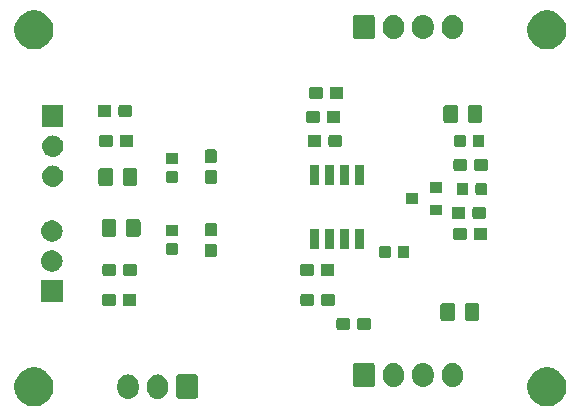
<source format=gbr>
G04 #@! TF.GenerationSoftware,KiCad,Pcbnew,(5.0.1)-3*
G04 #@! TF.CreationDate,2020-03-15T12:24:32-04:00*
G04 #@! TF.ProjectId,viparspectra-adapter,7669706172737065637472612D616461,rev?*
G04 #@! TF.SameCoordinates,Original*
G04 #@! TF.FileFunction,Soldermask,Top*
G04 #@! TF.FilePolarity,Negative*
%FSLAX46Y46*%
G04 Gerber Fmt 4.6, Leading zero omitted, Abs format (unit mm)*
G04 Created by KiCad (PCBNEW (5.0.1)-3) date 3/15/2020 12:24:32 PM*
%MOMM*%
%LPD*%
G01*
G04 APERTURE LIST*
%ADD10C,0.100000*%
G04 APERTURE END LIST*
D10*
G36*
X154045256Y-108627298D02*
X154151579Y-108648447D01*
X154452042Y-108772903D01*
X154669753Y-108918373D01*
X154722454Y-108953587D01*
X154952413Y-109183546D01*
X154952415Y-109183549D01*
X155133097Y-109453958D01*
X155246830Y-109728533D01*
X155257553Y-109754422D01*
X155321000Y-110073389D01*
X155321000Y-110398611D01*
X155278702Y-110611256D01*
X155257553Y-110717579D01*
X155133097Y-111018042D01*
X154991231Y-111230359D01*
X154952413Y-111288454D01*
X154722454Y-111518413D01*
X154722451Y-111518415D01*
X154452042Y-111699097D01*
X154151579Y-111823553D01*
X154045256Y-111844702D01*
X153832611Y-111887000D01*
X153507389Y-111887000D01*
X153294744Y-111844702D01*
X153188421Y-111823553D01*
X152887958Y-111699097D01*
X152617549Y-111518415D01*
X152617546Y-111518413D01*
X152387587Y-111288454D01*
X152348769Y-111230359D01*
X152206903Y-111018042D01*
X152082447Y-110717579D01*
X152061298Y-110611256D01*
X152019000Y-110398611D01*
X152019000Y-110073389D01*
X152082447Y-109754422D01*
X152093171Y-109728533D01*
X152206903Y-109453958D01*
X152387585Y-109183549D01*
X152387587Y-109183546D01*
X152617546Y-108953587D01*
X152670247Y-108918373D01*
X152887958Y-108772903D01*
X153188421Y-108648447D01*
X153294744Y-108627298D01*
X153507389Y-108585000D01*
X153832611Y-108585000D01*
X154045256Y-108627298D01*
X154045256Y-108627298D01*
G37*
G36*
X110611256Y-108627298D02*
X110717579Y-108648447D01*
X111018042Y-108772903D01*
X111235753Y-108918373D01*
X111288454Y-108953587D01*
X111518413Y-109183546D01*
X111518415Y-109183549D01*
X111699097Y-109453958D01*
X111812830Y-109728533D01*
X111823553Y-109754422D01*
X111887000Y-110073389D01*
X111887000Y-110398611D01*
X111844702Y-110611256D01*
X111823553Y-110717579D01*
X111699097Y-111018042D01*
X111557231Y-111230359D01*
X111518413Y-111288454D01*
X111288454Y-111518413D01*
X111288451Y-111518415D01*
X111018042Y-111699097D01*
X110717579Y-111823553D01*
X110611256Y-111844702D01*
X110398611Y-111887000D01*
X110073389Y-111887000D01*
X109860744Y-111844702D01*
X109754421Y-111823553D01*
X109453958Y-111699097D01*
X109183549Y-111518415D01*
X109183546Y-111518413D01*
X108953587Y-111288454D01*
X108914769Y-111230359D01*
X108772903Y-111018042D01*
X108648447Y-110717579D01*
X108627298Y-110611256D01*
X108585000Y-110398611D01*
X108585000Y-110073389D01*
X108648447Y-109754422D01*
X108659171Y-109728533D01*
X108772903Y-109453958D01*
X108953585Y-109183549D01*
X108953587Y-109183546D01*
X109183546Y-108953587D01*
X109236247Y-108918373D01*
X109453958Y-108772903D01*
X109754421Y-108648447D01*
X109860744Y-108627298D01*
X110073389Y-108585000D01*
X110398611Y-108585000D01*
X110611256Y-108627298D01*
X110611256Y-108627298D01*
G37*
G36*
X120876627Y-109187037D02*
X120989853Y-109221384D01*
X121046467Y-109238557D01*
X121185087Y-109312652D01*
X121202991Y-109322222D01*
X121238729Y-109351552D01*
X121340186Y-109434814D01*
X121423448Y-109536271D01*
X121452778Y-109572009D01*
X121536443Y-109728534D01*
X121587963Y-109898374D01*
X121601000Y-110030743D01*
X121601000Y-110369258D01*
X121587963Y-110501627D01*
X121553616Y-110614853D01*
X121536443Y-110671467D01*
X121511795Y-110717579D01*
X121452778Y-110827991D01*
X121423448Y-110863729D01*
X121340186Y-110965186D01*
X121202989Y-111077779D01*
X121046466Y-111161443D01*
X121005733Y-111173799D01*
X120876626Y-111212963D01*
X120700000Y-111230359D01*
X120523373Y-111212963D01*
X120394266Y-111173799D01*
X120353533Y-111161443D01*
X120197011Y-111077779D01*
X120197009Y-111077778D01*
X120154749Y-111043096D01*
X120059814Y-110965186D01*
X119947221Y-110827989D01*
X119863557Y-110671466D01*
X119846384Y-110614852D01*
X119812037Y-110501626D01*
X119799000Y-110369257D01*
X119799000Y-110030742D01*
X119812037Y-109898373D01*
X119863557Y-109728534D01*
X119863557Y-109728533D01*
X119947222Y-109572008D01*
X120059812Y-109434817D01*
X120154750Y-109356904D01*
X120197010Y-109322222D01*
X120214914Y-109312652D01*
X120353534Y-109238557D01*
X120410148Y-109221384D01*
X120523374Y-109187037D01*
X120700000Y-109169641D01*
X120876627Y-109187037D01*
X120876627Y-109187037D01*
G37*
G36*
X118376627Y-109187037D02*
X118489853Y-109221384D01*
X118546467Y-109238557D01*
X118685087Y-109312652D01*
X118702991Y-109322222D01*
X118738729Y-109351552D01*
X118840186Y-109434814D01*
X118923448Y-109536271D01*
X118952778Y-109572009D01*
X119036443Y-109728534D01*
X119087963Y-109898374D01*
X119101000Y-110030743D01*
X119101000Y-110369258D01*
X119087963Y-110501627D01*
X119053616Y-110614853D01*
X119036443Y-110671467D01*
X119011795Y-110717579D01*
X118952778Y-110827991D01*
X118923448Y-110863729D01*
X118840186Y-110965186D01*
X118702989Y-111077779D01*
X118546466Y-111161443D01*
X118505733Y-111173799D01*
X118376626Y-111212963D01*
X118200000Y-111230359D01*
X118023373Y-111212963D01*
X117894266Y-111173799D01*
X117853533Y-111161443D01*
X117697011Y-111077779D01*
X117697009Y-111077778D01*
X117654749Y-111043096D01*
X117559814Y-110965186D01*
X117447221Y-110827989D01*
X117363557Y-110671466D01*
X117346384Y-110614852D01*
X117312037Y-110501626D01*
X117299000Y-110369257D01*
X117299000Y-110030742D01*
X117312037Y-109898373D01*
X117363557Y-109728534D01*
X117363557Y-109728533D01*
X117447222Y-109572008D01*
X117559812Y-109434817D01*
X117654750Y-109356904D01*
X117697010Y-109322222D01*
X117714914Y-109312652D01*
X117853534Y-109238557D01*
X117910148Y-109221384D01*
X118023374Y-109187037D01*
X118200000Y-109169641D01*
X118376627Y-109187037D01*
X118376627Y-109187037D01*
G37*
G36*
X123958600Y-109177989D02*
X123991649Y-109188014D01*
X124022106Y-109204294D01*
X124048799Y-109226201D01*
X124070706Y-109252894D01*
X124086986Y-109283351D01*
X124097011Y-109316400D01*
X124101000Y-109356904D01*
X124101000Y-111043096D01*
X124097011Y-111083600D01*
X124086986Y-111116649D01*
X124070706Y-111147106D01*
X124048799Y-111173799D01*
X124022106Y-111195706D01*
X123991649Y-111211986D01*
X123958600Y-111222011D01*
X123918096Y-111226000D01*
X122481904Y-111226000D01*
X122441400Y-111222011D01*
X122408351Y-111211986D01*
X122377894Y-111195706D01*
X122351201Y-111173799D01*
X122329294Y-111147106D01*
X122313014Y-111116649D01*
X122302989Y-111083600D01*
X122299000Y-111043096D01*
X122299000Y-109356904D01*
X122302989Y-109316400D01*
X122313014Y-109283351D01*
X122329294Y-109252894D01*
X122351201Y-109226201D01*
X122377894Y-109204294D01*
X122408351Y-109188014D01*
X122441400Y-109177989D01*
X122481904Y-109174000D01*
X123918096Y-109174000D01*
X123958600Y-109177989D01*
X123958600Y-109177989D01*
G37*
G36*
X145852626Y-108207037D02*
X145965852Y-108241384D01*
X146022466Y-108258557D01*
X146178989Y-108342221D01*
X146316186Y-108454814D01*
X146399448Y-108556271D01*
X146428778Y-108592009D01*
X146428779Y-108592011D01*
X146512443Y-108748533D01*
X146519835Y-108772902D01*
X146563963Y-108918373D01*
X146577000Y-109050742D01*
X146577000Y-109389257D01*
X146563963Y-109521626D01*
X146512443Y-109691466D01*
X146428778Y-109847991D01*
X146428777Y-109847992D01*
X146316186Y-109985186D01*
X146221251Y-110063096D01*
X146178991Y-110097778D01*
X146178989Y-110097779D01*
X146022467Y-110181443D01*
X145981734Y-110193799D01*
X145852627Y-110232963D01*
X145676000Y-110250359D01*
X145499374Y-110232963D01*
X145370267Y-110193799D01*
X145329534Y-110181443D01*
X145173012Y-110097779D01*
X145173010Y-110097778D01*
X145035816Y-109985186D01*
X145035812Y-109985183D01*
X144923222Y-109847992D01*
X144839557Y-109691467D01*
X144803321Y-109572011D01*
X144788037Y-109521627D01*
X144775000Y-109389258D01*
X144775000Y-109050743D01*
X144788037Y-108918374D01*
X144839557Y-108748535D01*
X144839557Y-108748534D01*
X144923221Y-108592011D01*
X145035814Y-108454814D01*
X145137271Y-108371552D01*
X145173009Y-108342222D01*
X145190913Y-108332652D01*
X145329533Y-108258557D01*
X145386147Y-108241384D01*
X145499373Y-108207037D01*
X145676000Y-108189641D01*
X145852626Y-108207037D01*
X145852626Y-108207037D01*
G37*
G36*
X143352626Y-108207037D02*
X143465852Y-108241384D01*
X143522466Y-108258557D01*
X143678989Y-108342221D01*
X143816186Y-108454814D01*
X143899448Y-108556271D01*
X143928778Y-108592009D01*
X143928779Y-108592011D01*
X144012443Y-108748533D01*
X144019835Y-108772902D01*
X144063963Y-108918373D01*
X144077000Y-109050742D01*
X144077000Y-109389257D01*
X144063963Y-109521626D01*
X144012443Y-109691466D01*
X143928778Y-109847991D01*
X143928777Y-109847992D01*
X143816186Y-109985186D01*
X143721251Y-110063096D01*
X143678991Y-110097778D01*
X143678989Y-110097779D01*
X143522467Y-110181443D01*
X143481734Y-110193799D01*
X143352627Y-110232963D01*
X143176000Y-110250359D01*
X142999374Y-110232963D01*
X142870267Y-110193799D01*
X142829534Y-110181443D01*
X142673012Y-110097779D01*
X142673010Y-110097778D01*
X142535816Y-109985186D01*
X142535812Y-109985183D01*
X142423222Y-109847992D01*
X142339557Y-109691467D01*
X142303321Y-109572011D01*
X142288037Y-109521627D01*
X142275000Y-109389258D01*
X142275000Y-109050743D01*
X142288037Y-108918374D01*
X142339557Y-108748535D01*
X142339557Y-108748534D01*
X142423221Y-108592011D01*
X142535814Y-108454814D01*
X142637271Y-108371552D01*
X142673009Y-108342222D01*
X142690913Y-108332652D01*
X142829533Y-108258557D01*
X142886147Y-108241384D01*
X142999373Y-108207037D01*
X143176000Y-108189641D01*
X143352626Y-108207037D01*
X143352626Y-108207037D01*
G37*
G36*
X140852626Y-108207037D02*
X140965852Y-108241384D01*
X141022466Y-108258557D01*
X141178989Y-108342221D01*
X141316186Y-108454814D01*
X141399448Y-108556271D01*
X141428778Y-108592009D01*
X141428779Y-108592011D01*
X141512443Y-108748533D01*
X141519835Y-108772902D01*
X141563963Y-108918373D01*
X141577000Y-109050742D01*
X141577000Y-109389257D01*
X141563963Y-109521626D01*
X141512443Y-109691466D01*
X141428778Y-109847991D01*
X141428777Y-109847992D01*
X141316186Y-109985186D01*
X141221251Y-110063096D01*
X141178991Y-110097778D01*
X141178989Y-110097779D01*
X141022467Y-110181443D01*
X140981734Y-110193799D01*
X140852627Y-110232963D01*
X140676000Y-110250359D01*
X140499374Y-110232963D01*
X140370267Y-110193799D01*
X140329534Y-110181443D01*
X140173012Y-110097779D01*
X140173010Y-110097778D01*
X140035816Y-109985186D01*
X140035812Y-109985183D01*
X139923222Y-109847992D01*
X139839557Y-109691467D01*
X139803321Y-109572011D01*
X139788037Y-109521627D01*
X139775000Y-109389258D01*
X139775000Y-109050743D01*
X139788037Y-108918374D01*
X139839557Y-108748535D01*
X139839557Y-108748534D01*
X139923221Y-108592011D01*
X140035814Y-108454814D01*
X140137271Y-108371552D01*
X140173009Y-108342222D01*
X140190913Y-108332652D01*
X140329533Y-108258557D01*
X140386147Y-108241384D01*
X140499373Y-108207037D01*
X140676000Y-108189641D01*
X140852626Y-108207037D01*
X140852626Y-108207037D01*
G37*
G36*
X138934600Y-108197989D02*
X138967649Y-108208014D01*
X138998106Y-108224294D01*
X139024799Y-108246201D01*
X139046706Y-108272894D01*
X139062986Y-108303351D01*
X139073011Y-108336400D01*
X139077000Y-108376904D01*
X139077000Y-110063096D01*
X139073011Y-110103600D01*
X139062986Y-110136649D01*
X139046706Y-110167106D01*
X139024799Y-110193799D01*
X138998106Y-110215706D01*
X138967649Y-110231986D01*
X138934600Y-110242011D01*
X138894096Y-110246000D01*
X137457904Y-110246000D01*
X137417400Y-110242011D01*
X137384351Y-110231986D01*
X137353894Y-110215706D01*
X137327201Y-110193799D01*
X137305294Y-110167106D01*
X137289014Y-110136649D01*
X137278989Y-110103600D01*
X137275000Y-110063096D01*
X137275000Y-108376904D01*
X137278989Y-108336400D01*
X137289014Y-108303351D01*
X137305294Y-108272894D01*
X137327201Y-108246201D01*
X137353894Y-108224294D01*
X137384351Y-108208014D01*
X137417400Y-108197989D01*
X137457904Y-108194000D01*
X138894096Y-108194000D01*
X138934600Y-108197989D01*
X138934600Y-108197989D01*
G37*
G36*
X138590499Y-104380445D02*
X138627993Y-104391819D01*
X138662557Y-104410294D01*
X138692847Y-104435153D01*
X138717706Y-104465443D01*
X138736181Y-104500007D01*
X138747555Y-104537501D01*
X138752000Y-104582638D01*
X138752000Y-105221362D01*
X138747555Y-105266499D01*
X138736181Y-105303993D01*
X138717706Y-105338557D01*
X138692847Y-105368847D01*
X138662557Y-105393706D01*
X138627993Y-105412181D01*
X138590499Y-105423555D01*
X138545362Y-105428000D01*
X137806638Y-105428000D01*
X137761501Y-105423555D01*
X137724007Y-105412181D01*
X137689443Y-105393706D01*
X137659153Y-105368847D01*
X137634294Y-105338557D01*
X137615819Y-105303993D01*
X137604445Y-105266499D01*
X137600000Y-105221362D01*
X137600000Y-104582638D01*
X137604445Y-104537501D01*
X137615819Y-104500007D01*
X137634294Y-104465443D01*
X137659153Y-104435153D01*
X137689443Y-104410294D01*
X137724007Y-104391819D01*
X137761501Y-104380445D01*
X137806638Y-104376000D01*
X138545362Y-104376000D01*
X138590499Y-104380445D01*
X138590499Y-104380445D01*
G37*
G36*
X136840499Y-104380445D02*
X136877993Y-104391819D01*
X136912557Y-104410294D01*
X136942847Y-104435153D01*
X136967706Y-104465443D01*
X136986181Y-104500007D01*
X136997555Y-104537501D01*
X137002000Y-104582638D01*
X137002000Y-105221362D01*
X136997555Y-105266499D01*
X136986181Y-105303993D01*
X136967706Y-105338557D01*
X136942847Y-105368847D01*
X136912557Y-105393706D01*
X136877993Y-105412181D01*
X136840499Y-105423555D01*
X136795362Y-105428000D01*
X136056638Y-105428000D01*
X136011501Y-105423555D01*
X135974007Y-105412181D01*
X135939443Y-105393706D01*
X135909153Y-105368847D01*
X135884294Y-105338557D01*
X135865819Y-105303993D01*
X135854445Y-105266499D01*
X135850000Y-105221362D01*
X135850000Y-104582638D01*
X135854445Y-104537501D01*
X135865819Y-104500007D01*
X135884294Y-104465443D01*
X135909153Y-104435153D01*
X135939443Y-104410294D01*
X135974007Y-104391819D01*
X136011501Y-104380445D01*
X136056638Y-104376000D01*
X136795362Y-104376000D01*
X136840499Y-104380445D01*
X136840499Y-104380445D01*
G37*
G36*
X145742677Y-103139465D02*
X145780364Y-103150898D01*
X145815103Y-103169466D01*
X145845548Y-103194452D01*
X145870534Y-103224897D01*
X145889102Y-103259636D01*
X145900535Y-103297323D01*
X145905000Y-103342661D01*
X145905000Y-104429339D01*
X145900535Y-104474677D01*
X145889102Y-104512364D01*
X145870534Y-104547103D01*
X145845548Y-104577548D01*
X145815103Y-104602534D01*
X145780364Y-104621102D01*
X145742677Y-104632535D01*
X145697339Y-104637000D01*
X144860661Y-104637000D01*
X144815323Y-104632535D01*
X144777636Y-104621102D01*
X144742897Y-104602534D01*
X144712452Y-104577548D01*
X144687466Y-104547103D01*
X144668898Y-104512364D01*
X144657465Y-104474677D01*
X144653000Y-104429339D01*
X144653000Y-103342661D01*
X144657465Y-103297323D01*
X144668898Y-103259636D01*
X144687466Y-103224897D01*
X144712452Y-103194452D01*
X144742897Y-103169466D01*
X144777636Y-103150898D01*
X144815323Y-103139465D01*
X144860661Y-103135000D01*
X145697339Y-103135000D01*
X145742677Y-103139465D01*
X145742677Y-103139465D01*
G37*
G36*
X147792677Y-103139465D02*
X147830364Y-103150898D01*
X147865103Y-103169466D01*
X147895548Y-103194452D01*
X147920534Y-103224897D01*
X147939102Y-103259636D01*
X147950535Y-103297323D01*
X147955000Y-103342661D01*
X147955000Y-104429339D01*
X147950535Y-104474677D01*
X147939102Y-104512364D01*
X147920534Y-104547103D01*
X147895548Y-104577548D01*
X147865103Y-104602534D01*
X147830364Y-104621102D01*
X147792677Y-104632535D01*
X147747339Y-104637000D01*
X146910661Y-104637000D01*
X146865323Y-104632535D01*
X146827636Y-104621102D01*
X146792897Y-104602534D01*
X146762452Y-104577548D01*
X146737466Y-104547103D01*
X146718898Y-104512364D01*
X146707465Y-104474677D01*
X146703000Y-104429339D01*
X146703000Y-103342661D01*
X146707465Y-103297323D01*
X146718898Y-103259636D01*
X146737466Y-103224897D01*
X146762452Y-103194452D01*
X146792897Y-103169466D01*
X146827636Y-103150898D01*
X146865323Y-103139465D01*
X146910661Y-103135000D01*
X147747339Y-103135000D01*
X147792677Y-103139465D01*
X147792677Y-103139465D01*
G37*
G36*
X117000499Y-102348445D02*
X117037993Y-102359819D01*
X117072557Y-102378294D01*
X117102847Y-102403153D01*
X117127706Y-102433443D01*
X117146181Y-102468007D01*
X117157555Y-102505501D01*
X117162000Y-102550638D01*
X117162000Y-103189362D01*
X117157555Y-103234499D01*
X117146181Y-103271993D01*
X117127706Y-103306557D01*
X117102847Y-103336847D01*
X117072557Y-103361706D01*
X117037993Y-103380181D01*
X117000499Y-103391555D01*
X116955362Y-103396000D01*
X116216638Y-103396000D01*
X116171501Y-103391555D01*
X116134007Y-103380181D01*
X116099443Y-103361706D01*
X116069153Y-103336847D01*
X116044294Y-103306557D01*
X116025819Y-103271993D01*
X116014445Y-103234499D01*
X116010000Y-103189362D01*
X116010000Y-102550638D01*
X116014445Y-102505501D01*
X116025819Y-102468007D01*
X116044294Y-102433443D01*
X116069153Y-102403153D01*
X116099443Y-102378294D01*
X116134007Y-102359819D01*
X116171501Y-102348445D01*
X116216638Y-102344000D01*
X116955362Y-102344000D01*
X117000499Y-102348445D01*
X117000499Y-102348445D01*
G37*
G36*
X118750499Y-102348445D02*
X118787993Y-102359819D01*
X118822557Y-102378294D01*
X118852847Y-102403153D01*
X118877706Y-102433443D01*
X118896181Y-102468007D01*
X118907555Y-102505501D01*
X118912000Y-102550638D01*
X118912000Y-103189362D01*
X118907555Y-103234499D01*
X118896181Y-103271993D01*
X118877706Y-103306557D01*
X118852847Y-103336847D01*
X118822557Y-103361706D01*
X118787993Y-103380181D01*
X118750499Y-103391555D01*
X118705362Y-103396000D01*
X117966638Y-103396000D01*
X117921501Y-103391555D01*
X117884007Y-103380181D01*
X117849443Y-103361706D01*
X117819153Y-103336847D01*
X117794294Y-103306557D01*
X117775819Y-103271993D01*
X117764445Y-103234499D01*
X117760000Y-103189362D01*
X117760000Y-102550638D01*
X117764445Y-102505501D01*
X117775819Y-102468007D01*
X117794294Y-102433443D01*
X117819153Y-102403153D01*
X117849443Y-102378294D01*
X117884007Y-102359819D01*
X117921501Y-102348445D01*
X117966638Y-102344000D01*
X118705362Y-102344000D01*
X118750499Y-102348445D01*
X118750499Y-102348445D01*
G37*
G36*
X133792499Y-102348445D02*
X133829993Y-102359819D01*
X133864557Y-102378294D01*
X133894847Y-102403153D01*
X133919706Y-102433443D01*
X133938181Y-102468007D01*
X133949555Y-102505501D01*
X133954000Y-102550638D01*
X133954000Y-103189362D01*
X133949555Y-103234499D01*
X133938181Y-103271993D01*
X133919706Y-103306557D01*
X133894847Y-103336847D01*
X133864557Y-103361706D01*
X133829993Y-103380181D01*
X133792499Y-103391555D01*
X133747362Y-103396000D01*
X133008638Y-103396000D01*
X132963501Y-103391555D01*
X132926007Y-103380181D01*
X132891443Y-103361706D01*
X132861153Y-103336847D01*
X132836294Y-103306557D01*
X132817819Y-103271993D01*
X132806445Y-103234499D01*
X132802000Y-103189362D01*
X132802000Y-102550638D01*
X132806445Y-102505501D01*
X132817819Y-102468007D01*
X132836294Y-102433443D01*
X132861153Y-102403153D01*
X132891443Y-102378294D01*
X132926007Y-102359819D01*
X132963501Y-102348445D01*
X133008638Y-102344000D01*
X133747362Y-102344000D01*
X133792499Y-102348445D01*
X133792499Y-102348445D01*
G37*
G36*
X135542499Y-102348445D02*
X135579993Y-102359819D01*
X135614557Y-102378294D01*
X135644847Y-102403153D01*
X135669706Y-102433443D01*
X135688181Y-102468007D01*
X135699555Y-102505501D01*
X135704000Y-102550638D01*
X135704000Y-103189362D01*
X135699555Y-103234499D01*
X135688181Y-103271993D01*
X135669706Y-103306557D01*
X135644847Y-103336847D01*
X135614557Y-103361706D01*
X135579993Y-103380181D01*
X135542499Y-103391555D01*
X135497362Y-103396000D01*
X134758638Y-103396000D01*
X134713501Y-103391555D01*
X134676007Y-103380181D01*
X134641443Y-103361706D01*
X134611153Y-103336847D01*
X134586294Y-103306557D01*
X134567819Y-103271993D01*
X134556445Y-103234499D01*
X134552000Y-103189362D01*
X134552000Y-102550638D01*
X134556445Y-102505501D01*
X134567819Y-102468007D01*
X134586294Y-102433443D01*
X134611153Y-102403153D01*
X134641443Y-102378294D01*
X134676007Y-102359819D01*
X134713501Y-102348445D01*
X134758638Y-102344000D01*
X135497362Y-102344000D01*
X135542499Y-102348445D01*
X135542499Y-102348445D01*
G37*
G36*
X112661000Y-103009000D02*
X110859000Y-103009000D01*
X110859000Y-101207000D01*
X112661000Y-101207000D01*
X112661000Y-103009000D01*
X112661000Y-103009000D01*
G37*
G36*
X135514499Y-99808445D02*
X135551993Y-99819819D01*
X135586557Y-99838294D01*
X135616847Y-99863153D01*
X135641706Y-99893443D01*
X135660181Y-99928007D01*
X135671555Y-99965501D01*
X135676000Y-100010638D01*
X135676000Y-100649362D01*
X135671555Y-100694499D01*
X135660181Y-100731993D01*
X135641706Y-100766557D01*
X135616847Y-100796847D01*
X135586557Y-100821706D01*
X135551993Y-100840181D01*
X135514499Y-100851555D01*
X135469362Y-100856000D01*
X134730638Y-100856000D01*
X134685501Y-100851555D01*
X134648007Y-100840181D01*
X134613443Y-100821706D01*
X134583153Y-100796847D01*
X134558294Y-100766557D01*
X134539819Y-100731993D01*
X134528445Y-100694499D01*
X134524000Y-100649362D01*
X134524000Y-100010638D01*
X134528445Y-99965501D01*
X134539819Y-99928007D01*
X134558294Y-99893443D01*
X134583153Y-99863153D01*
X134613443Y-99838294D01*
X134648007Y-99819819D01*
X134685501Y-99808445D01*
X134730638Y-99804000D01*
X135469362Y-99804000D01*
X135514499Y-99808445D01*
X135514499Y-99808445D01*
G37*
G36*
X133764499Y-99808445D02*
X133801993Y-99819819D01*
X133836557Y-99838294D01*
X133866847Y-99863153D01*
X133891706Y-99893443D01*
X133910181Y-99928007D01*
X133921555Y-99965501D01*
X133926000Y-100010638D01*
X133926000Y-100649362D01*
X133921555Y-100694499D01*
X133910181Y-100731993D01*
X133891706Y-100766557D01*
X133866847Y-100796847D01*
X133836557Y-100821706D01*
X133801993Y-100840181D01*
X133764499Y-100851555D01*
X133719362Y-100856000D01*
X132980638Y-100856000D01*
X132935501Y-100851555D01*
X132898007Y-100840181D01*
X132863443Y-100821706D01*
X132833153Y-100796847D01*
X132808294Y-100766557D01*
X132789819Y-100731993D01*
X132778445Y-100694499D01*
X132774000Y-100649362D01*
X132774000Y-100010638D01*
X132778445Y-99965501D01*
X132789819Y-99928007D01*
X132808294Y-99893443D01*
X132833153Y-99863153D01*
X132863443Y-99838294D01*
X132898007Y-99819819D01*
X132935501Y-99808445D01*
X132980638Y-99804000D01*
X133719362Y-99804000D01*
X133764499Y-99808445D01*
X133764499Y-99808445D01*
G37*
G36*
X118778499Y-99808445D02*
X118815993Y-99819819D01*
X118850557Y-99838294D01*
X118880847Y-99863153D01*
X118905706Y-99893443D01*
X118924181Y-99928007D01*
X118935555Y-99965501D01*
X118940000Y-100010638D01*
X118940000Y-100649362D01*
X118935555Y-100694499D01*
X118924181Y-100731993D01*
X118905706Y-100766557D01*
X118880847Y-100796847D01*
X118850557Y-100821706D01*
X118815993Y-100840181D01*
X118778499Y-100851555D01*
X118733362Y-100856000D01*
X117994638Y-100856000D01*
X117949501Y-100851555D01*
X117912007Y-100840181D01*
X117877443Y-100821706D01*
X117847153Y-100796847D01*
X117822294Y-100766557D01*
X117803819Y-100731993D01*
X117792445Y-100694499D01*
X117788000Y-100649362D01*
X117788000Y-100010638D01*
X117792445Y-99965501D01*
X117803819Y-99928007D01*
X117822294Y-99893443D01*
X117847153Y-99863153D01*
X117877443Y-99838294D01*
X117912007Y-99819819D01*
X117949501Y-99808445D01*
X117994638Y-99804000D01*
X118733362Y-99804000D01*
X118778499Y-99808445D01*
X118778499Y-99808445D01*
G37*
G36*
X117028499Y-99808445D02*
X117065993Y-99819819D01*
X117100557Y-99838294D01*
X117130847Y-99863153D01*
X117155706Y-99893443D01*
X117174181Y-99928007D01*
X117185555Y-99965501D01*
X117190000Y-100010638D01*
X117190000Y-100649362D01*
X117185555Y-100694499D01*
X117174181Y-100731993D01*
X117155706Y-100766557D01*
X117130847Y-100796847D01*
X117100557Y-100821706D01*
X117065993Y-100840181D01*
X117028499Y-100851555D01*
X116983362Y-100856000D01*
X116244638Y-100856000D01*
X116199501Y-100851555D01*
X116162007Y-100840181D01*
X116127443Y-100821706D01*
X116097153Y-100796847D01*
X116072294Y-100766557D01*
X116053819Y-100731993D01*
X116042445Y-100694499D01*
X116038000Y-100649362D01*
X116038000Y-100010638D01*
X116042445Y-99965501D01*
X116053819Y-99928007D01*
X116072294Y-99893443D01*
X116097153Y-99863153D01*
X116127443Y-99838294D01*
X116162007Y-99819819D01*
X116199501Y-99808445D01*
X116244638Y-99804000D01*
X116983362Y-99804000D01*
X117028499Y-99808445D01*
X117028499Y-99808445D01*
G37*
G36*
X111870442Y-98673518D02*
X111936627Y-98680037D01*
X112049853Y-98714384D01*
X112106467Y-98731557D01*
X112227497Y-98796250D01*
X112262991Y-98815222D01*
X112297936Y-98843901D01*
X112400186Y-98927814D01*
X112477406Y-99021908D01*
X112512778Y-99065009D01*
X112512779Y-99065011D01*
X112596443Y-99221533D01*
X112600815Y-99235947D01*
X112647963Y-99391373D01*
X112665359Y-99568000D01*
X112647963Y-99744627D01*
X112625154Y-99819819D01*
X112596443Y-99914467D01*
X112569164Y-99965501D01*
X112512778Y-100070991D01*
X112483448Y-100106729D01*
X112400186Y-100208186D01*
X112298729Y-100291448D01*
X112262991Y-100320778D01*
X112262989Y-100320779D01*
X112106467Y-100404443D01*
X112049853Y-100421616D01*
X111936627Y-100455963D01*
X111870442Y-100462482D01*
X111804260Y-100469000D01*
X111715740Y-100469000D01*
X111649557Y-100462481D01*
X111583373Y-100455963D01*
X111470147Y-100421616D01*
X111413533Y-100404443D01*
X111257011Y-100320779D01*
X111257009Y-100320778D01*
X111221271Y-100291448D01*
X111119814Y-100208186D01*
X111036552Y-100106729D01*
X111007222Y-100070991D01*
X110950836Y-99965501D01*
X110923557Y-99914467D01*
X110894846Y-99819819D01*
X110872037Y-99744627D01*
X110854641Y-99568000D01*
X110872037Y-99391373D01*
X110919185Y-99235947D01*
X110923557Y-99221533D01*
X111007221Y-99065011D01*
X111007222Y-99065009D01*
X111042594Y-99021908D01*
X111119814Y-98927814D01*
X111222064Y-98843901D01*
X111257009Y-98815222D01*
X111292503Y-98796250D01*
X111413533Y-98731557D01*
X111470147Y-98714384D01*
X111583373Y-98680037D01*
X111649558Y-98673518D01*
X111715740Y-98667000D01*
X111804260Y-98667000D01*
X111870442Y-98673518D01*
X111870442Y-98673518D01*
G37*
G36*
X140296091Y-98284085D02*
X140330069Y-98294393D01*
X140361387Y-98311133D01*
X140388839Y-98333661D01*
X140411367Y-98361113D01*
X140428107Y-98392431D01*
X140438415Y-98426409D01*
X140442500Y-98467890D01*
X140442500Y-99144110D01*
X140438415Y-99185591D01*
X140428107Y-99219569D01*
X140411367Y-99250887D01*
X140388839Y-99278339D01*
X140361387Y-99300867D01*
X140330069Y-99317607D01*
X140296091Y-99327915D01*
X140254610Y-99332000D01*
X139653390Y-99332000D01*
X139611909Y-99327915D01*
X139577931Y-99317607D01*
X139546613Y-99300867D01*
X139519161Y-99278339D01*
X139496633Y-99250887D01*
X139479893Y-99219569D01*
X139469585Y-99185591D01*
X139465500Y-99144110D01*
X139465500Y-98467890D01*
X139469585Y-98426409D01*
X139479893Y-98392431D01*
X139496633Y-98361113D01*
X139519161Y-98333661D01*
X139546613Y-98311133D01*
X139577931Y-98294393D01*
X139611909Y-98284085D01*
X139653390Y-98280000D01*
X140254610Y-98280000D01*
X140296091Y-98284085D01*
X140296091Y-98284085D01*
G37*
G36*
X141871091Y-98284085D02*
X141905069Y-98294393D01*
X141936387Y-98311133D01*
X141963839Y-98333661D01*
X141986367Y-98361113D01*
X142003107Y-98392431D01*
X142013415Y-98426409D01*
X142017500Y-98467890D01*
X142017500Y-99144110D01*
X142013415Y-99185591D01*
X142003107Y-99219569D01*
X141986367Y-99250887D01*
X141963839Y-99278339D01*
X141936387Y-99300867D01*
X141905069Y-99317607D01*
X141871091Y-99327915D01*
X141829610Y-99332000D01*
X141228390Y-99332000D01*
X141186909Y-99327915D01*
X141152931Y-99317607D01*
X141121613Y-99300867D01*
X141094161Y-99278339D01*
X141071633Y-99250887D01*
X141054893Y-99219569D01*
X141044585Y-99185591D01*
X141040500Y-99144110D01*
X141040500Y-98467890D01*
X141044585Y-98426409D01*
X141054893Y-98392431D01*
X141071633Y-98361113D01*
X141094161Y-98333661D01*
X141121613Y-98311133D01*
X141152931Y-98294393D01*
X141186909Y-98284085D01*
X141228390Y-98280000D01*
X141829610Y-98280000D01*
X141871091Y-98284085D01*
X141871091Y-98284085D01*
G37*
G36*
X125586499Y-98093445D02*
X125623993Y-98104819D01*
X125658557Y-98123294D01*
X125688847Y-98148153D01*
X125713706Y-98178443D01*
X125732181Y-98213007D01*
X125743555Y-98250501D01*
X125748000Y-98295638D01*
X125748000Y-99034362D01*
X125743555Y-99079499D01*
X125732181Y-99116993D01*
X125713706Y-99151557D01*
X125688847Y-99181847D01*
X125658557Y-99206706D01*
X125623993Y-99225181D01*
X125586499Y-99236555D01*
X125541362Y-99241000D01*
X124902638Y-99241000D01*
X124857501Y-99236555D01*
X124820007Y-99225181D01*
X124785443Y-99206706D01*
X124755153Y-99181847D01*
X124730294Y-99151557D01*
X124711819Y-99116993D01*
X124700445Y-99079499D01*
X124696000Y-99034362D01*
X124696000Y-98295638D01*
X124700445Y-98250501D01*
X124711819Y-98213007D01*
X124730294Y-98178443D01*
X124755153Y-98148153D01*
X124785443Y-98123294D01*
X124820007Y-98104819D01*
X124857501Y-98093445D01*
X124902638Y-98089000D01*
X125541362Y-98089000D01*
X125586499Y-98093445D01*
X125586499Y-98093445D01*
G37*
G36*
X122299591Y-98067585D02*
X122333569Y-98077893D01*
X122364887Y-98094633D01*
X122392339Y-98117161D01*
X122414867Y-98144613D01*
X122431607Y-98175931D01*
X122441915Y-98209909D01*
X122446000Y-98251390D01*
X122446000Y-98852610D01*
X122441915Y-98894091D01*
X122431607Y-98928069D01*
X122414867Y-98959387D01*
X122392339Y-98986839D01*
X122364887Y-99009367D01*
X122333569Y-99026107D01*
X122299591Y-99036415D01*
X122258110Y-99040500D01*
X121581890Y-99040500D01*
X121540409Y-99036415D01*
X121506431Y-99026107D01*
X121475113Y-99009367D01*
X121447661Y-98986839D01*
X121425133Y-98959387D01*
X121408393Y-98928069D01*
X121398085Y-98894091D01*
X121394000Y-98852610D01*
X121394000Y-98251390D01*
X121398085Y-98209909D01*
X121408393Y-98175931D01*
X121425133Y-98144613D01*
X121447661Y-98117161D01*
X121475113Y-98094633D01*
X121506431Y-98077893D01*
X121540409Y-98067585D01*
X121581890Y-98063500D01*
X122258110Y-98063500D01*
X122299591Y-98067585D01*
X122299591Y-98067585D01*
G37*
G36*
X134336000Y-98522000D02*
X133634000Y-98522000D01*
X133634000Y-96870000D01*
X134336000Y-96870000D01*
X134336000Y-98522000D01*
X134336000Y-98522000D01*
G37*
G36*
X135606000Y-98522000D02*
X134904000Y-98522000D01*
X134904000Y-96870000D01*
X135606000Y-96870000D01*
X135606000Y-98522000D01*
X135606000Y-98522000D01*
G37*
G36*
X138146000Y-98522000D02*
X137444000Y-98522000D01*
X137444000Y-96870000D01*
X138146000Y-96870000D01*
X138146000Y-98522000D01*
X138146000Y-98522000D01*
G37*
G36*
X136876000Y-98522000D02*
X136174000Y-98522000D01*
X136174000Y-96870000D01*
X136876000Y-96870000D01*
X136876000Y-98522000D01*
X136876000Y-98522000D01*
G37*
G36*
X111870443Y-96133519D02*
X111936627Y-96140037D01*
X112049853Y-96174384D01*
X112106467Y-96191557D01*
X112179624Y-96230661D01*
X112262991Y-96275222D01*
X112287301Y-96295173D01*
X112400186Y-96387814D01*
X112461894Y-96463007D01*
X112512778Y-96525009D01*
X112512779Y-96525011D01*
X112596443Y-96681533D01*
X112611979Y-96732750D01*
X112647963Y-96851373D01*
X112665359Y-97028000D01*
X112647963Y-97204627D01*
X112623776Y-97284362D01*
X112596443Y-97374467D01*
X112547784Y-97465500D01*
X112512778Y-97530991D01*
X112501281Y-97545000D01*
X112400186Y-97668186D01*
X112301899Y-97748847D01*
X112262991Y-97780778D01*
X112262989Y-97780779D01*
X112106467Y-97864443D01*
X112049853Y-97881616D01*
X111936627Y-97915963D01*
X111870442Y-97922482D01*
X111804260Y-97929000D01*
X111715740Y-97929000D01*
X111649558Y-97922482D01*
X111583373Y-97915963D01*
X111470147Y-97881616D01*
X111413533Y-97864443D01*
X111257011Y-97780779D01*
X111257009Y-97780778D01*
X111218101Y-97748847D01*
X111119814Y-97668186D01*
X111018719Y-97545000D01*
X111007222Y-97530991D01*
X110972216Y-97465500D01*
X110923557Y-97374467D01*
X110896224Y-97284362D01*
X110872037Y-97204627D01*
X110854641Y-97028000D01*
X110872037Y-96851373D01*
X110908021Y-96732750D01*
X110923557Y-96681533D01*
X111007221Y-96525011D01*
X111007222Y-96525009D01*
X111058106Y-96463007D01*
X111119814Y-96387814D01*
X111232699Y-96295173D01*
X111257009Y-96275222D01*
X111340376Y-96230661D01*
X111413533Y-96191557D01*
X111470147Y-96174384D01*
X111583373Y-96140037D01*
X111649557Y-96133519D01*
X111715740Y-96127000D01*
X111804260Y-96127000D01*
X111870443Y-96133519D01*
X111870443Y-96133519D01*
G37*
G36*
X148468499Y-96760445D02*
X148505993Y-96771819D01*
X148540557Y-96790294D01*
X148570847Y-96815153D01*
X148595706Y-96845443D01*
X148614181Y-96880007D01*
X148625555Y-96917501D01*
X148630000Y-96962638D01*
X148630000Y-97601362D01*
X148625555Y-97646499D01*
X148614181Y-97683993D01*
X148595706Y-97718557D01*
X148570847Y-97748847D01*
X148540557Y-97773706D01*
X148505993Y-97792181D01*
X148468499Y-97803555D01*
X148423362Y-97808000D01*
X147684638Y-97808000D01*
X147639501Y-97803555D01*
X147602007Y-97792181D01*
X147567443Y-97773706D01*
X147537153Y-97748847D01*
X147512294Y-97718557D01*
X147493819Y-97683993D01*
X147482445Y-97646499D01*
X147478000Y-97601362D01*
X147478000Y-96962638D01*
X147482445Y-96917501D01*
X147493819Y-96880007D01*
X147512294Y-96845443D01*
X147537153Y-96815153D01*
X147567443Y-96790294D01*
X147602007Y-96771819D01*
X147639501Y-96760445D01*
X147684638Y-96756000D01*
X148423362Y-96756000D01*
X148468499Y-96760445D01*
X148468499Y-96760445D01*
G37*
G36*
X146718499Y-96760445D02*
X146755993Y-96771819D01*
X146790557Y-96790294D01*
X146820847Y-96815153D01*
X146845706Y-96845443D01*
X146864181Y-96880007D01*
X146875555Y-96917501D01*
X146880000Y-96962638D01*
X146880000Y-97601362D01*
X146875555Y-97646499D01*
X146864181Y-97683993D01*
X146845706Y-97718557D01*
X146820847Y-97748847D01*
X146790557Y-97773706D01*
X146755993Y-97792181D01*
X146718499Y-97803555D01*
X146673362Y-97808000D01*
X145934638Y-97808000D01*
X145889501Y-97803555D01*
X145852007Y-97792181D01*
X145817443Y-97773706D01*
X145787153Y-97748847D01*
X145762294Y-97718557D01*
X145743819Y-97683993D01*
X145732445Y-97646499D01*
X145728000Y-97601362D01*
X145728000Y-96962638D01*
X145732445Y-96917501D01*
X145743819Y-96880007D01*
X145762294Y-96845443D01*
X145787153Y-96815153D01*
X145817443Y-96790294D01*
X145852007Y-96771819D01*
X145889501Y-96760445D01*
X145934638Y-96756000D01*
X146673362Y-96756000D01*
X146718499Y-96760445D01*
X146718499Y-96760445D01*
G37*
G36*
X119099677Y-96027465D02*
X119137364Y-96038898D01*
X119172103Y-96057466D01*
X119202548Y-96082452D01*
X119227534Y-96112897D01*
X119246102Y-96147636D01*
X119257535Y-96185323D01*
X119262000Y-96230661D01*
X119262000Y-97317339D01*
X119257535Y-97362677D01*
X119246102Y-97400364D01*
X119227534Y-97435103D01*
X119202548Y-97465548D01*
X119172103Y-97490534D01*
X119137364Y-97509102D01*
X119099677Y-97520535D01*
X119054339Y-97525000D01*
X118217661Y-97525000D01*
X118172323Y-97520535D01*
X118134636Y-97509102D01*
X118099897Y-97490534D01*
X118069452Y-97465548D01*
X118044466Y-97435103D01*
X118025898Y-97400364D01*
X118014465Y-97362677D01*
X118010000Y-97317339D01*
X118010000Y-96230661D01*
X118014465Y-96185323D01*
X118025898Y-96147636D01*
X118044466Y-96112897D01*
X118069452Y-96082452D01*
X118099897Y-96057466D01*
X118134636Y-96038898D01*
X118172323Y-96027465D01*
X118217661Y-96023000D01*
X119054339Y-96023000D01*
X119099677Y-96027465D01*
X119099677Y-96027465D01*
G37*
G36*
X117049677Y-96027465D02*
X117087364Y-96038898D01*
X117122103Y-96057466D01*
X117152548Y-96082452D01*
X117177534Y-96112897D01*
X117196102Y-96147636D01*
X117207535Y-96185323D01*
X117212000Y-96230661D01*
X117212000Y-97317339D01*
X117207535Y-97362677D01*
X117196102Y-97400364D01*
X117177534Y-97435103D01*
X117152548Y-97465548D01*
X117122103Y-97490534D01*
X117087364Y-97509102D01*
X117049677Y-97520535D01*
X117004339Y-97525000D01*
X116167661Y-97525000D01*
X116122323Y-97520535D01*
X116084636Y-97509102D01*
X116049897Y-97490534D01*
X116019452Y-97465548D01*
X115994466Y-97435103D01*
X115975898Y-97400364D01*
X115964465Y-97362677D01*
X115960000Y-97317339D01*
X115960000Y-96230661D01*
X115964465Y-96185323D01*
X115975898Y-96147636D01*
X115994466Y-96112897D01*
X116019452Y-96082452D01*
X116049897Y-96057466D01*
X116084636Y-96038898D01*
X116122323Y-96027465D01*
X116167661Y-96023000D01*
X117004339Y-96023000D01*
X117049677Y-96027465D01*
X117049677Y-96027465D01*
G37*
G36*
X125586499Y-96343445D02*
X125623993Y-96354819D01*
X125658557Y-96373294D01*
X125688847Y-96398153D01*
X125713706Y-96428443D01*
X125732181Y-96463007D01*
X125743555Y-96500501D01*
X125748000Y-96545638D01*
X125748000Y-97284362D01*
X125743555Y-97329499D01*
X125732181Y-97366993D01*
X125713706Y-97401557D01*
X125688847Y-97431847D01*
X125658557Y-97456706D01*
X125623993Y-97475181D01*
X125586499Y-97486555D01*
X125541362Y-97491000D01*
X124902638Y-97491000D01*
X124857501Y-97486555D01*
X124820007Y-97475181D01*
X124785443Y-97456706D01*
X124755153Y-97431847D01*
X124730294Y-97401557D01*
X124711819Y-97366993D01*
X124700445Y-97329499D01*
X124696000Y-97284362D01*
X124696000Y-96545638D01*
X124700445Y-96500501D01*
X124711819Y-96463007D01*
X124730294Y-96428443D01*
X124755153Y-96398153D01*
X124785443Y-96373294D01*
X124820007Y-96354819D01*
X124857501Y-96343445D01*
X124902638Y-96339000D01*
X125541362Y-96339000D01*
X125586499Y-96343445D01*
X125586499Y-96343445D01*
G37*
G36*
X122299591Y-96492585D02*
X122333569Y-96502893D01*
X122364887Y-96519633D01*
X122392339Y-96542161D01*
X122414867Y-96569613D01*
X122431607Y-96600931D01*
X122441915Y-96634909D01*
X122446000Y-96676390D01*
X122446000Y-97277610D01*
X122441915Y-97319091D01*
X122431607Y-97353069D01*
X122414867Y-97384387D01*
X122392339Y-97411839D01*
X122364887Y-97434367D01*
X122333569Y-97451107D01*
X122299591Y-97461415D01*
X122258110Y-97465500D01*
X121581890Y-97465500D01*
X121540409Y-97461415D01*
X121506431Y-97451107D01*
X121475113Y-97434367D01*
X121447661Y-97411839D01*
X121425133Y-97384387D01*
X121408393Y-97353069D01*
X121398085Y-97319091D01*
X121394000Y-97277610D01*
X121394000Y-96676390D01*
X121398085Y-96634909D01*
X121408393Y-96600931D01*
X121425133Y-96569613D01*
X121447661Y-96542161D01*
X121475113Y-96519633D01*
X121506431Y-96502893D01*
X121540409Y-96492585D01*
X121581890Y-96488500D01*
X122258110Y-96488500D01*
X122299591Y-96492585D01*
X122299591Y-96492585D01*
G37*
G36*
X148355499Y-94982445D02*
X148392993Y-94993819D01*
X148427557Y-95012294D01*
X148457847Y-95037153D01*
X148482706Y-95067443D01*
X148501181Y-95102007D01*
X148512555Y-95139501D01*
X148517000Y-95184638D01*
X148517000Y-95823362D01*
X148512555Y-95868499D01*
X148501181Y-95905993D01*
X148482706Y-95940557D01*
X148457847Y-95970847D01*
X148427557Y-95995706D01*
X148392993Y-96014181D01*
X148355499Y-96025555D01*
X148310362Y-96030000D01*
X147571638Y-96030000D01*
X147526501Y-96025555D01*
X147489007Y-96014181D01*
X147454443Y-95995706D01*
X147424153Y-95970847D01*
X147399294Y-95940557D01*
X147380819Y-95905993D01*
X147369445Y-95868499D01*
X147365000Y-95823362D01*
X147365000Y-95184638D01*
X147369445Y-95139501D01*
X147380819Y-95102007D01*
X147399294Y-95067443D01*
X147424153Y-95037153D01*
X147454443Y-95012294D01*
X147489007Y-94993819D01*
X147526501Y-94982445D01*
X147571638Y-94978000D01*
X148310362Y-94978000D01*
X148355499Y-94982445D01*
X148355499Y-94982445D01*
G37*
G36*
X146605499Y-94982445D02*
X146642993Y-94993819D01*
X146677557Y-95012294D01*
X146707847Y-95037153D01*
X146732706Y-95067443D01*
X146751181Y-95102007D01*
X146762555Y-95139501D01*
X146767000Y-95184638D01*
X146767000Y-95823362D01*
X146762555Y-95868499D01*
X146751181Y-95905993D01*
X146732706Y-95940557D01*
X146707847Y-95970847D01*
X146677557Y-95995706D01*
X146642993Y-96014181D01*
X146605499Y-96025555D01*
X146560362Y-96030000D01*
X145821638Y-96030000D01*
X145776501Y-96025555D01*
X145739007Y-96014181D01*
X145704443Y-95995706D01*
X145674153Y-95970847D01*
X145649294Y-95940557D01*
X145630819Y-95905993D01*
X145619445Y-95868499D01*
X145615000Y-95823362D01*
X145615000Y-95184638D01*
X145619445Y-95139501D01*
X145630819Y-95102007D01*
X145649294Y-95067443D01*
X145674153Y-95037153D01*
X145704443Y-95012294D01*
X145739007Y-94993819D01*
X145776501Y-94982445D01*
X145821638Y-94978000D01*
X146560362Y-94978000D01*
X146605499Y-94982445D01*
X146605499Y-94982445D01*
G37*
G36*
X144773000Y-95701000D02*
X143771000Y-95701000D01*
X143771000Y-94799000D01*
X144773000Y-94799000D01*
X144773000Y-95701000D01*
X144773000Y-95701000D01*
G37*
G36*
X142773000Y-94751000D02*
X141771000Y-94751000D01*
X141771000Y-93849000D01*
X142773000Y-93849000D01*
X142773000Y-94751000D01*
X142773000Y-94751000D01*
G37*
G36*
X146874591Y-92950085D02*
X146908569Y-92960393D01*
X146939887Y-92977133D01*
X146967339Y-92999661D01*
X146989867Y-93027113D01*
X147006607Y-93058431D01*
X147016915Y-93092409D01*
X147021000Y-93133890D01*
X147021000Y-93810110D01*
X147016915Y-93851591D01*
X147006607Y-93885569D01*
X146989867Y-93916887D01*
X146967339Y-93944339D01*
X146939887Y-93966867D01*
X146908569Y-93983607D01*
X146874591Y-93993915D01*
X146833110Y-93998000D01*
X146231890Y-93998000D01*
X146190409Y-93993915D01*
X146156431Y-93983607D01*
X146125113Y-93966867D01*
X146097661Y-93944339D01*
X146075133Y-93916887D01*
X146058393Y-93885569D01*
X146048085Y-93851591D01*
X146044000Y-93810110D01*
X146044000Y-93133890D01*
X146048085Y-93092409D01*
X146058393Y-93058431D01*
X146075133Y-93027113D01*
X146097661Y-92999661D01*
X146125113Y-92977133D01*
X146156431Y-92960393D01*
X146190409Y-92950085D01*
X146231890Y-92946000D01*
X146833110Y-92946000D01*
X146874591Y-92950085D01*
X146874591Y-92950085D01*
G37*
G36*
X148449591Y-92950085D02*
X148483569Y-92960393D01*
X148514887Y-92977133D01*
X148542339Y-92999661D01*
X148564867Y-93027113D01*
X148581607Y-93058431D01*
X148591915Y-93092409D01*
X148596000Y-93133890D01*
X148596000Y-93810110D01*
X148591915Y-93851591D01*
X148581607Y-93885569D01*
X148564867Y-93916887D01*
X148542339Y-93944339D01*
X148514887Y-93966867D01*
X148483569Y-93983607D01*
X148449591Y-93993915D01*
X148408110Y-93998000D01*
X147806890Y-93998000D01*
X147765409Y-93993915D01*
X147731431Y-93983607D01*
X147700113Y-93966867D01*
X147672661Y-93944339D01*
X147650133Y-93916887D01*
X147633393Y-93885569D01*
X147623085Y-93851591D01*
X147619000Y-93810110D01*
X147619000Y-93133890D01*
X147623085Y-93092409D01*
X147633393Y-93058431D01*
X147650133Y-93027113D01*
X147672661Y-92999661D01*
X147700113Y-92977133D01*
X147731431Y-92960393D01*
X147765409Y-92950085D01*
X147806890Y-92946000D01*
X148408110Y-92946000D01*
X148449591Y-92950085D01*
X148449591Y-92950085D01*
G37*
G36*
X144773000Y-93801000D02*
X143771000Y-93801000D01*
X143771000Y-92899000D01*
X144773000Y-92899000D01*
X144773000Y-93801000D01*
X144773000Y-93801000D01*
G37*
G36*
X111941563Y-91485319D02*
X112007747Y-91491837D01*
X112120973Y-91526184D01*
X112177587Y-91543357D01*
X112316207Y-91617452D01*
X112334111Y-91627022D01*
X112369849Y-91656352D01*
X112471306Y-91739614D01*
X112542169Y-91825962D01*
X112583898Y-91876809D01*
X112583899Y-91876811D01*
X112667563Y-92033333D01*
X112670299Y-92042354D01*
X112719083Y-92203173D01*
X112736479Y-92379800D01*
X112719083Y-92556427D01*
X112684736Y-92669653D01*
X112667563Y-92726267D01*
X112617296Y-92820309D01*
X112583898Y-92882791D01*
X112567037Y-92903336D01*
X112471306Y-93019986D01*
X112395297Y-93082364D01*
X112334111Y-93132578D01*
X112334109Y-93132579D01*
X112177587Y-93216243D01*
X112120973Y-93233416D01*
X112007747Y-93267763D01*
X111941563Y-93274281D01*
X111875380Y-93280800D01*
X111786860Y-93280800D01*
X111720677Y-93274281D01*
X111654493Y-93267763D01*
X111541267Y-93233416D01*
X111484653Y-93216243D01*
X111328131Y-93132579D01*
X111328129Y-93132578D01*
X111266943Y-93082364D01*
X111190934Y-93019986D01*
X111095203Y-92903336D01*
X111078342Y-92882791D01*
X111044944Y-92820309D01*
X110994677Y-92726267D01*
X110977504Y-92669653D01*
X110943157Y-92556427D01*
X110925761Y-92379800D01*
X110943157Y-92203173D01*
X110991941Y-92042354D01*
X110994677Y-92033333D01*
X111078341Y-91876811D01*
X111078342Y-91876809D01*
X111120071Y-91825962D01*
X111190934Y-91739614D01*
X111292391Y-91656352D01*
X111328129Y-91627022D01*
X111346033Y-91617452D01*
X111484653Y-91543357D01*
X111541267Y-91526184D01*
X111654493Y-91491837D01*
X111720677Y-91485319D01*
X111786860Y-91478800D01*
X111875380Y-91478800D01*
X111941563Y-91485319D01*
X111941563Y-91485319D01*
G37*
G36*
X116777677Y-91709465D02*
X116815364Y-91720898D01*
X116850103Y-91739466D01*
X116880548Y-91764452D01*
X116905534Y-91794897D01*
X116924102Y-91829636D01*
X116935535Y-91867323D01*
X116940000Y-91912661D01*
X116940000Y-92999339D01*
X116935535Y-93044677D01*
X116924102Y-93082364D01*
X116905534Y-93117103D01*
X116880548Y-93147548D01*
X116850103Y-93172534D01*
X116815364Y-93191102D01*
X116777677Y-93202535D01*
X116732339Y-93207000D01*
X115895661Y-93207000D01*
X115850323Y-93202535D01*
X115812636Y-93191102D01*
X115777897Y-93172534D01*
X115747452Y-93147548D01*
X115722466Y-93117103D01*
X115703898Y-93082364D01*
X115692465Y-93044677D01*
X115688000Y-92999339D01*
X115688000Y-91912661D01*
X115692465Y-91867323D01*
X115703898Y-91829636D01*
X115722466Y-91794897D01*
X115747452Y-91764452D01*
X115777897Y-91739466D01*
X115812636Y-91720898D01*
X115850323Y-91709465D01*
X115895661Y-91705000D01*
X116732339Y-91705000D01*
X116777677Y-91709465D01*
X116777677Y-91709465D01*
G37*
G36*
X118827677Y-91709465D02*
X118865364Y-91720898D01*
X118900103Y-91739466D01*
X118930548Y-91764452D01*
X118955534Y-91794897D01*
X118974102Y-91829636D01*
X118985535Y-91867323D01*
X118990000Y-91912661D01*
X118990000Y-92999339D01*
X118985535Y-93044677D01*
X118974102Y-93082364D01*
X118955534Y-93117103D01*
X118930548Y-93147548D01*
X118900103Y-93172534D01*
X118865364Y-93191102D01*
X118827677Y-93202535D01*
X118782339Y-93207000D01*
X117945661Y-93207000D01*
X117900323Y-93202535D01*
X117862636Y-93191102D01*
X117827897Y-93172534D01*
X117797452Y-93147548D01*
X117772466Y-93117103D01*
X117753898Y-93082364D01*
X117742465Y-93044677D01*
X117738000Y-92999339D01*
X117738000Y-91912661D01*
X117742465Y-91867323D01*
X117753898Y-91829636D01*
X117772466Y-91794897D01*
X117797452Y-91764452D01*
X117827897Y-91739466D01*
X117862636Y-91720898D01*
X117900323Y-91709465D01*
X117945661Y-91705000D01*
X118782339Y-91705000D01*
X118827677Y-91709465D01*
X118827677Y-91709465D01*
G37*
G36*
X135606000Y-93122000D02*
X134904000Y-93122000D01*
X134904000Y-91470000D01*
X135606000Y-91470000D01*
X135606000Y-93122000D01*
X135606000Y-93122000D01*
G37*
G36*
X134336000Y-93122000D02*
X133634000Y-93122000D01*
X133634000Y-91470000D01*
X134336000Y-91470000D01*
X134336000Y-93122000D01*
X134336000Y-93122000D01*
G37*
G36*
X136876000Y-93122000D02*
X136174000Y-93122000D01*
X136174000Y-91470000D01*
X136876000Y-91470000D01*
X136876000Y-93122000D01*
X136876000Y-93122000D01*
G37*
G36*
X138146000Y-93122000D02*
X137444000Y-93122000D01*
X137444000Y-91470000D01*
X138146000Y-91470000D01*
X138146000Y-93122000D01*
X138146000Y-93122000D01*
G37*
G36*
X125586499Y-91884445D02*
X125623993Y-91895819D01*
X125658557Y-91914294D01*
X125688847Y-91939153D01*
X125713706Y-91969443D01*
X125732181Y-92004007D01*
X125743555Y-92041501D01*
X125748000Y-92086638D01*
X125748000Y-92825362D01*
X125743555Y-92870499D01*
X125732181Y-92907993D01*
X125713706Y-92942557D01*
X125688847Y-92972847D01*
X125658557Y-92997706D01*
X125623993Y-93016181D01*
X125586499Y-93027555D01*
X125541362Y-93032000D01*
X124902638Y-93032000D01*
X124857501Y-93027555D01*
X124820007Y-93016181D01*
X124785443Y-92997706D01*
X124755153Y-92972847D01*
X124730294Y-92942557D01*
X124711819Y-92907993D01*
X124700445Y-92870499D01*
X124696000Y-92825362D01*
X124696000Y-92086638D01*
X124700445Y-92041501D01*
X124711819Y-92004007D01*
X124730294Y-91969443D01*
X124755153Y-91939153D01*
X124785443Y-91914294D01*
X124820007Y-91895819D01*
X124857501Y-91884445D01*
X124902638Y-91880000D01*
X125541362Y-91880000D01*
X125586499Y-91884445D01*
X125586499Y-91884445D01*
G37*
G36*
X122299591Y-91971585D02*
X122333569Y-91981893D01*
X122364887Y-91998633D01*
X122392339Y-92021161D01*
X122414867Y-92048613D01*
X122431607Y-92079931D01*
X122441915Y-92113909D01*
X122446000Y-92155390D01*
X122446000Y-92756610D01*
X122441915Y-92798091D01*
X122431607Y-92832069D01*
X122414867Y-92863387D01*
X122392339Y-92890839D01*
X122364887Y-92913367D01*
X122333569Y-92930107D01*
X122299591Y-92940415D01*
X122258110Y-92944500D01*
X121581890Y-92944500D01*
X121540409Y-92940415D01*
X121506431Y-92930107D01*
X121475113Y-92913367D01*
X121447661Y-92890839D01*
X121425133Y-92863387D01*
X121408393Y-92832069D01*
X121398085Y-92798091D01*
X121394000Y-92756610D01*
X121394000Y-92155390D01*
X121398085Y-92113909D01*
X121408393Y-92079931D01*
X121425133Y-92048613D01*
X121447661Y-92021161D01*
X121475113Y-91998633D01*
X121506431Y-91981893D01*
X121540409Y-91971585D01*
X121581890Y-91967500D01*
X122258110Y-91967500D01*
X122299591Y-91971585D01*
X122299591Y-91971585D01*
G37*
G36*
X148496499Y-90918445D02*
X148533993Y-90929819D01*
X148568557Y-90948294D01*
X148598847Y-90973153D01*
X148623706Y-91003443D01*
X148642181Y-91038007D01*
X148653555Y-91075501D01*
X148658000Y-91120638D01*
X148658000Y-91759362D01*
X148653555Y-91804499D01*
X148642181Y-91841993D01*
X148623706Y-91876557D01*
X148598847Y-91906847D01*
X148568557Y-91931706D01*
X148533993Y-91950181D01*
X148496499Y-91961555D01*
X148451362Y-91966000D01*
X147712638Y-91966000D01*
X147667501Y-91961555D01*
X147630007Y-91950181D01*
X147595443Y-91931706D01*
X147565153Y-91906847D01*
X147540294Y-91876557D01*
X147521819Y-91841993D01*
X147510445Y-91804499D01*
X147506000Y-91759362D01*
X147506000Y-91120638D01*
X147510445Y-91075501D01*
X147521819Y-91038007D01*
X147540294Y-91003443D01*
X147565153Y-90973153D01*
X147595443Y-90948294D01*
X147630007Y-90929819D01*
X147667501Y-90918445D01*
X147712638Y-90914000D01*
X148451362Y-90914000D01*
X148496499Y-90918445D01*
X148496499Y-90918445D01*
G37*
G36*
X146746499Y-90918445D02*
X146783993Y-90929819D01*
X146818557Y-90948294D01*
X146848847Y-90973153D01*
X146873706Y-91003443D01*
X146892181Y-91038007D01*
X146903555Y-91075501D01*
X146908000Y-91120638D01*
X146908000Y-91759362D01*
X146903555Y-91804499D01*
X146892181Y-91841993D01*
X146873706Y-91876557D01*
X146848847Y-91906847D01*
X146818557Y-91931706D01*
X146783993Y-91950181D01*
X146746499Y-91961555D01*
X146701362Y-91966000D01*
X145962638Y-91966000D01*
X145917501Y-91961555D01*
X145880007Y-91950181D01*
X145845443Y-91931706D01*
X145815153Y-91906847D01*
X145790294Y-91876557D01*
X145771819Y-91841993D01*
X145760445Y-91804499D01*
X145756000Y-91759362D01*
X145756000Y-91120638D01*
X145760445Y-91075501D01*
X145771819Y-91038007D01*
X145790294Y-91003443D01*
X145815153Y-90973153D01*
X145845443Y-90948294D01*
X145880007Y-90929819D01*
X145917501Y-90918445D01*
X145962638Y-90914000D01*
X146701362Y-90914000D01*
X146746499Y-90918445D01*
X146746499Y-90918445D01*
G37*
G36*
X122299591Y-90396585D02*
X122333569Y-90406893D01*
X122364887Y-90423633D01*
X122392339Y-90446161D01*
X122414867Y-90473613D01*
X122431607Y-90504931D01*
X122441915Y-90538909D01*
X122446000Y-90580390D01*
X122446000Y-91181610D01*
X122441915Y-91223091D01*
X122431607Y-91257069D01*
X122414867Y-91288387D01*
X122392339Y-91315839D01*
X122364887Y-91338367D01*
X122333569Y-91355107D01*
X122299591Y-91365415D01*
X122258110Y-91369500D01*
X121581890Y-91369500D01*
X121540409Y-91365415D01*
X121506431Y-91355107D01*
X121475113Y-91338367D01*
X121447661Y-91315839D01*
X121425133Y-91288387D01*
X121408393Y-91257069D01*
X121398085Y-91223091D01*
X121394000Y-91181610D01*
X121394000Y-90580390D01*
X121398085Y-90538909D01*
X121408393Y-90504931D01*
X121425133Y-90473613D01*
X121447661Y-90446161D01*
X121475113Y-90423633D01*
X121506431Y-90406893D01*
X121540409Y-90396585D01*
X121581890Y-90392500D01*
X122258110Y-90392500D01*
X122299591Y-90396585D01*
X122299591Y-90396585D01*
G37*
G36*
X125586499Y-90134445D02*
X125623993Y-90145819D01*
X125658557Y-90164294D01*
X125688847Y-90189153D01*
X125713706Y-90219443D01*
X125732181Y-90254007D01*
X125743555Y-90291501D01*
X125748000Y-90336638D01*
X125748000Y-91075362D01*
X125743555Y-91120499D01*
X125732181Y-91157993D01*
X125713706Y-91192557D01*
X125688847Y-91222847D01*
X125658557Y-91247706D01*
X125623993Y-91266181D01*
X125586499Y-91277555D01*
X125541362Y-91282000D01*
X124902638Y-91282000D01*
X124857501Y-91277555D01*
X124820007Y-91266181D01*
X124785443Y-91247706D01*
X124755153Y-91222847D01*
X124730294Y-91192557D01*
X124711819Y-91157993D01*
X124700445Y-91120499D01*
X124696000Y-91075362D01*
X124696000Y-90336638D01*
X124700445Y-90291501D01*
X124711819Y-90254007D01*
X124730294Y-90219443D01*
X124755153Y-90189153D01*
X124785443Y-90164294D01*
X124820007Y-90145819D01*
X124857501Y-90134445D01*
X124902638Y-90130000D01*
X125541362Y-90130000D01*
X125586499Y-90134445D01*
X125586499Y-90134445D01*
G37*
G36*
X111941563Y-88945319D02*
X112007747Y-88951837D01*
X112072379Y-88971443D01*
X112177587Y-89003357D01*
X112302060Y-89069890D01*
X112334111Y-89087022D01*
X112342237Y-89093691D01*
X112471306Y-89199614D01*
X112554568Y-89301071D01*
X112583898Y-89336809D01*
X112583899Y-89336811D01*
X112667563Y-89493333D01*
X112667563Y-89493334D01*
X112719083Y-89663173D01*
X112736479Y-89839800D01*
X112719083Y-90016427D01*
X112684736Y-90129653D01*
X112667563Y-90186267D01*
X112611313Y-90291501D01*
X112583898Y-90342791D01*
X112554568Y-90378529D01*
X112471306Y-90479986D01*
X112369849Y-90563248D01*
X112334111Y-90592578D01*
X112334109Y-90592579D01*
X112177587Y-90676243D01*
X112120973Y-90693416D01*
X112007747Y-90727763D01*
X111941562Y-90734282D01*
X111875380Y-90740800D01*
X111786860Y-90740800D01*
X111720678Y-90734282D01*
X111654493Y-90727763D01*
X111541267Y-90693416D01*
X111484653Y-90676243D01*
X111328131Y-90592579D01*
X111328129Y-90592578D01*
X111292391Y-90563248D01*
X111190934Y-90479986D01*
X111107672Y-90378529D01*
X111078342Y-90342791D01*
X111050927Y-90291501D01*
X110994677Y-90186267D01*
X110977504Y-90129653D01*
X110943157Y-90016427D01*
X110925761Y-89839800D01*
X110943157Y-89663173D01*
X110994677Y-89493334D01*
X110994677Y-89493333D01*
X111078341Y-89336811D01*
X111078342Y-89336809D01*
X111107672Y-89301071D01*
X111190934Y-89199614D01*
X111320003Y-89093691D01*
X111328129Y-89087022D01*
X111360180Y-89069890D01*
X111484653Y-89003357D01*
X111589861Y-88971443D01*
X111654493Y-88951837D01*
X111720677Y-88945319D01*
X111786860Y-88938800D01*
X111875380Y-88938800D01*
X111941563Y-88945319D01*
X111941563Y-88945319D01*
G37*
G36*
X116746499Y-88886445D02*
X116783993Y-88897819D01*
X116818557Y-88916294D01*
X116848847Y-88941153D01*
X116873706Y-88971443D01*
X116892181Y-89006007D01*
X116903555Y-89043501D01*
X116908000Y-89088638D01*
X116908000Y-89727362D01*
X116903555Y-89772499D01*
X116892181Y-89809993D01*
X116873706Y-89844557D01*
X116848847Y-89874847D01*
X116818557Y-89899706D01*
X116783993Y-89918181D01*
X116746499Y-89929555D01*
X116701362Y-89934000D01*
X115962638Y-89934000D01*
X115917501Y-89929555D01*
X115880007Y-89918181D01*
X115845443Y-89899706D01*
X115815153Y-89874847D01*
X115790294Y-89844557D01*
X115771819Y-89809993D01*
X115760445Y-89772499D01*
X115756000Y-89727362D01*
X115756000Y-89088638D01*
X115760445Y-89043501D01*
X115771819Y-89006007D01*
X115790294Y-88971443D01*
X115815153Y-88941153D01*
X115845443Y-88916294D01*
X115880007Y-88897819D01*
X115917501Y-88886445D01*
X115962638Y-88882000D01*
X116701362Y-88882000D01*
X116746499Y-88886445D01*
X116746499Y-88886445D01*
G37*
G36*
X148221091Y-88886085D02*
X148255069Y-88896393D01*
X148286387Y-88913133D01*
X148313839Y-88935661D01*
X148336367Y-88963113D01*
X148353107Y-88994431D01*
X148363415Y-89028409D01*
X148367500Y-89069890D01*
X148367500Y-89746110D01*
X148363415Y-89787591D01*
X148353107Y-89821569D01*
X148336367Y-89852887D01*
X148313839Y-89880339D01*
X148286387Y-89902867D01*
X148255069Y-89919607D01*
X148221091Y-89929915D01*
X148179610Y-89934000D01*
X147578390Y-89934000D01*
X147536909Y-89929915D01*
X147502931Y-89919607D01*
X147471613Y-89902867D01*
X147444161Y-89880339D01*
X147421633Y-89852887D01*
X147404893Y-89821569D01*
X147394585Y-89787591D01*
X147390500Y-89746110D01*
X147390500Y-89069890D01*
X147394585Y-89028409D01*
X147404893Y-88994431D01*
X147421633Y-88963113D01*
X147444161Y-88935661D01*
X147471613Y-88913133D01*
X147502931Y-88896393D01*
X147536909Y-88886085D01*
X147578390Y-88882000D01*
X148179610Y-88882000D01*
X148221091Y-88886085D01*
X148221091Y-88886085D01*
G37*
G36*
X146646091Y-88886085D02*
X146680069Y-88896393D01*
X146711387Y-88913133D01*
X146738839Y-88935661D01*
X146761367Y-88963113D01*
X146778107Y-88994431D01*
X146788415Y-89028409D01*
X146792500Y-89069890D01*
X146792500Y-89746110D01*
X146788415Y-89787591D01*
X146778107Y-89821569D01*
X146761367Y-89852887D01*
X146738839Y-89880339D01*
X146711387Y-89902867D01*
X146680069Y-89919607D01*
X146646091Y-89929915D01*
X146604610Y-89934000D01*
X146003390Y-89934000D01*
X145961909Y-89929915D01*
X145927931Y-89919607D01*
X145896613Y-89902867D01*
X145869161Y-89880339D01*
X145846633Y-89852887D01*
X145829893Y-89821569D01*
X145819585Y-89787591D01*
X145815500Y-89746110D01*
X145815500Y-89069890D01*
X145819585Y-89028409D01*
X145829893Y-88994431D01*
X145846633Y-88963113D01*
X145869161Y-88935661D01*
X145896613Y-88913133D01*
X145927931Y-88896393D01*
X145961909Y-88886085D01*
X146003390Y-88882000D01*
X146604610Y-88882000D01*
X146646091Y-88886085D01*
X146646091Y-88886085D01*
G37*
G36*
X118496499Y-88886445D02*
X118533993Y-88897819D01*
X118568557Y-88916294D01*
X118598847Y-88941153D01*
X118623706Y-88971443D01*
X118642181Y-89006007D01*
X118653555Y-89043501D01*
X118658000Y-89088638D01*
X118658000Y-89727362D01*
X118653555Y-89772499D01*
X118642181Y-89809993D01*
X118623706Y-89844557D01*
X118598847Y-89874847D01*
X118568557Y-89899706D01*
X118533993Y-89918181D01*
X118496499Y-89929555D01*
X118451362Y-89934000D01*
X117712638Y-89934000D01*
X117667501Y-89929555D01*
X117630007Y-89918181D01*
X117595443Y-89899706D01*
X117565153Y-89874847D01*
X117540294Y-89844557D01*
X117521819Y-89809993D01*
X117510445Y-89772499D01*
X117506000Y-89727362D01*
X117506000Y-89088638D01*
X117510445Y-89043501D01*
X117521819Y-89006007D01*
X117540294Y-88971443D01*
X117565153Y-88941153D01*
X117595443Y-88916294D01*
X117630007Y-88897819D01*
X117667501Y-88886445D01*
X117712638Y-88882000D01*
X118451362Y-88882000D01*
X118496499Y-88886445D01*
X118496499Y-88886445D01*
G37*
G36*
X134413499Y-88886445D02*
X134450993Y-88897819D01*
X134485557Y-88916294D01*
X134515847Y-88941153D01*
X134540706Y-88971443D01*
X134559181Y-89006007D01*
X134570555Y-89043501D01*
X134575000Y-89088638D01*
X134575000Y-89727362D01*
X134570555Y-89772499D01*
X134559181Y-89809993D01*
X134540706Y-89844557D01*
X134515847Y-89874847D01*
X134485557Y-89899706D01*
X134450993Y-89918181D01*
X134413499Y-89929555D01*
X134368362Y-89934000D01*
X133629638Y-89934000D01*
X133584501Y-89929555D01*
X133547007Y-89918181D01*
X133512443Y-89899706D01*
X133482153Y-89874847D01*
X133457294Y-89844557D01*
X133438819Y-89809993D01*
X133427445Y-89772499D01*
X133423000Y-89727362D01*
X133423000Y-89088638D01*
X133427445Y-89043501D01*
X133438819Y-89006007D01*
X133457294Y-88971443D01*
X133482153Y-88941153D01*
X133512443Y-88916294D01*
X133547007Y-88897819D01*
X133584501Y-88886445D01*
X133629638Y-88882000D01*
X134368362Y-88882000D01*
X134413499Y-88886445D01*
X134413499Y-88886445D01*
G37*
G36*
X136163499Y-88886445D02*
X136200993Y-88897819D01*
X136235557Y-88916294D01*
X136265847Y-88941153D01*
X136290706Y-88971443D01*
X136309181Y-89006007D01*
X136320555Y-89043501D01*
X136325000Y-89088638D01*
X136325000Y-89727362D01*
X136320555Y-89772499D01*
X136309181Y-89809993D01*
X136290706Y-89844557D01*
X136265847Y-89874847D01*
X136235557Y-89899706D01*
X136200993Y-89918181D01*
X136163499Y-89929555D01*
X136118362Y-89934000D01*
X135379638Y-89934000D01*
X135334501Y-89929555D01*
X135297007Y-89918181D01*
X135262443Y-89899706D01*
X135232153Y-89874847D01*
X135207294Y-89844557D01*
X135188819Y-89809993D01*
X135177445Y-89772499D01*
X135173000Y-89727362D01*
X135173000Y-89088638D01*
X135177445Y-89043501D01*
X135188819Y-89006007D01*
X135207294Y-88971443D01*
X135232153Y-88941153D01*
X135262443Y-88916294D01*
X135297007Y-88897819D01*
X135334501Y-88886445D01*
X135379638Y-88882000D01*
X136118362Y-88882000D01*
X136163499Y-88886445D01*
X136163499Y-88886445D01*
G37*
G36*
X112732120Y-88200800D02*
X110930120Y-88200800D01*
X110930120Y-86398800D01*
X112732120Y-86398800D01*
X112732120Y-88200800D01*
X112732120Y-88200800D01*
G37*
G36*
X136022499Y-86854445D02*
X136059993Y-86865819D01*
X136094557Y-86884294D01*
X136124847Y-86909153D01*
X136149706Y-86939443D01*
X136168181Y-86974007D01*
X136179555Y-87011501D01*
X136184000Y-87056638D01*
X136184000Y-87695362D01*
X136179555Y-87740499D01*
X136168181Y-87777993D01*
X136149706Y-87812557D01*
X136124847Y-87842847D01*
X136094557Y-87867706D01*
X136059993Y-87886181D01*
X136022499Y-87897555D01*
X135977362Y-87902000D01*
X135238638Y-87902000D01*
X135193501Y-87897555D01*
X135156007Y-87886181D01*
X135121443Y-87867706D01*
X135091153Y-87842847D01*
X135066294Y-87812557D01*
X135047819Y-87777993D01*
X135036445Y-87740499D01*
X135032000Y-87695362D01*
X135032000Y-87056638D01*
X135036445Y-87011501D01*
X135047819Y-86974007D01*
X135066294Y-86939443D01*
X135091153Y-86909153D01*
X135121443Y-86884294D01*
X135156007Y-86865819D01*
X135193501Y-86854445D01*
X135238638Y-86850000D01*
X135977362Y-86850000D01*
X136022499Y-86854445D01*
X136022499Y-86854445D01*
G37*
G36*
X134272499Y-86854445D02*
X134309993Y-86865819D01*
X134344557Y-86884294D01*
X134374847Y-86909153D01*
X134399706Y-86939443D01*
X134418181Y-86974007D01*
X134429555Y-87011501D01*
X134434000Y-87056638D01*
X134434000Y-87695362D01*
X134429555Y-87740499D01*
X134418181Y-87777993D01*
X134399706Y-87812557D01*
X134374847Y-87842847D01*
X134344557Y-87867706D01*
X134309993Y-87886181D01*
X134272499Y-87897555D01*
X134227362Y-87902000D01*
X133488638Y-87902000D01*
X133443501Y-87897555D01*
X133406007Y-87886181D01*
X133371443Y-87867706D01*
X133341153Y-87842847D01*
X133316294Y-87812557D01*
X133297819Y-87777993D01*
X133286445Y-87740499D01*
X133282000Y-87695362D01*
X133282000Y-87056638D01*
X133286445Y-87011501D01*
X133297819Y-86974007D01*
X133316294Y-86939443D01*
X133341153Y-86909153D01*
X133371443Y-86884294D01*
X133406007Y-86865819D01*
X133443501Y-86854445D01*
X133488638Y-86850000D01*
X134227362Y-86850000D01*
X134272499Y-86854445D01*
X134272499Y-86854445D01*
G37*
G36*
X145996677Y-86375465D02*
X146034364Y-86386898D01*
X146069103Y-86405466D01*
X146099548Y-86430452D01*
X146124534Y-86460897D01*
X146143102Y-86495636D01*
X146154535Y-86533323D01*
X146159000Y-86578661D01*
X146159000Y-87665339D01*
X146154535Y-87710677D01*
X146143102Y-87748364D01*
X146124534Y-87783103D01*
X146099548Y-87813548D01*
X146069103Y-87838534D01*
X146034364Y-87857102D01*
X145996677Y-87868535D01*
X145951339Y-87873000D01*
X145114661Y-87873000D01*
X145069323Y-87868535D01*
X145031636Y-87857102D01*
X144996897Y-87838534D01*
X144966452Y-87813548D01*
X144941466Y-87783103D01*
X144922898Y-87748364D01*
X144911465Y-87710677D01*
X144907000Y-87665339D01*
X144907000Y-86578661D01*
X144911465Y-86533323D01*
X144922898Y-86495636D01*
X144941466Y-86460897D01*
X144966452Y-86430452D01*
X144996897Y-86405466D01*
X145031636Y-86386898D01*
X145069323Y-86375465D01*
X145114661Y-86371000D01*
X145951339Y-86371000D01*
X145996677Y-86375465D01*
X145996677Y-86375465D01*
G37*
G36*
X148046677Y-86375465D02*
X148084364Y-86386898D01*
X148119103Y-86405466D01*
X148149548Y-86430452D01*
X148174534Y-86460897D01*
X148193102Y-86495636D01*
X148204535Y-86533323D01*
X148209000Y-86578661D01*
X148209000Y-87665339D01*
X148204535Y-87710677D01*
X148193102Y-87748364D01*
X148174534Y-87783103D01*
X148149548Y-87813548D01*
X148119103Y-87838534D01*
X148084364Y-87857102D01*
X148046677Y-87868535D01*
X148001339Y-87873000D01*
X147164661Y-87873000D01*
X147119323Y-87868535D01*
X147081636Y-87857102D01*
X147046897Y-87838534D01*
X147016452Y-87813548D01*
X146991466Y-87783103D01*
X146972898Y-87748364D01*
X146961465Y-87710677D01*
X146957000Y-87665339D01*
X146957000Y-86578661D01*
X146961465Y-86533323D01*
X146972898Y-86495636D01*
X146991466Y-86460897D01*
X147016452Y-86430452D01*
X147046897Y-86405466D01*
X147081636Y-86386898D01*
X147119323Y-86375465D01*
X147164661Y-86371000D01*
X148001339Y-86371000D01*
X148046677Y-86375465D01*
X148046677Y-86375465D01*
G37*
G36*
X118383499Y-86346445D02*
X118420993Y-86357819D01*
X118455557Y-86376294D01*
X118485847Y-86401153D01*
X118510706Y-86431443D01*
X118529181Y-86466007D01*
X118540555Y-86503501D01*
X118545000Y-86548638D01*
X118545000Y-87187362D01*
X118540555Y-87232499D01*
X118529181Y-87269993D01*
X118510706Y-87304557D01*
X118485847Y-87334847D01*
X118455557Y-87359706D01*
X118420993Y-87378181D01*
X118383499Y-87389555D01*
X118338362Y-87394000D01*
X117599638Y-87394000D01*
X117554501Y-87389555D01*
X117517007Y-87378181D01*
X117482443Y-87359706D01*
X117452153Y-87334847D01*
X117427294Y-87304557D01*
X117408819Y-87269993D01*
X117397445Y-87232499D01*
X117393000Y-87187362D01*
X117393000Y-86548638D01*
X117397445Y-86503501D01*
X117408819Y-86466007D01*
X117427294Y-86431443D01*
X117452153Y-86401153D01*
X117482443Y-86376294D01*
X117517007Y-86357819D01*
X117554501Y-86346445D01*
X117599638Y-86342000D01*
X118338362Y-86342000D01*
X118383499Y-86346445D01*
X118383499Y-86346445D01*
G37*
G36*
X116633499Y-86346445D02*
X116670993Y-86357819D01*
X116705557Y-86376294D01*
X116735847Y-86401153D01*
X116760706Y-86431443D01*
X116779181Y-86466007D01*
X116790555Y-86503501D01*
X116795000Y-86548638D01*
X116795000Y-87187362D01*
X116790555Y-87232499D01*
X116779181Y-87269993D01*
X116760706Y-87304557D01*
X116735847Y-87334847D01*
X116705557Y-87359706D01*
X116670993Y-87378181D01*
X116633499Y-87389555D01*
X116588362Y-87394000D01*
X115849638Y-87394000D01*
X115804501Y-87389555D01*
X115767007Y-87378181D01*
X115732443Y-87359706D01*
X115702153Y-87334847D01*
X115677294Y-87304557D01*
X115658819Y-87269993D01*
X115647445Y-87232499D01*
X115643000Y-87187362D01*
X115643000Y-86548638D01*
X115647445Y-86503501D01*
X115658819Y-86466007D01*
X115677294Y-86431443D01*
X115702153Y-86401153D01*
X115732443Y-86376294D01*
X115767007Y-86357819D01*
X115804501Y-86346445D01*
X115849638Y-86342000D01*
X116588362Y-86342000D01*
X116633499Y-86346445D01*
X116633499Y-86346445D01*
G37*
G36*
X134526499Y-84822445D02*
X134563993Y-84833819D01*
X134598557Y-84852294D01*
X134628847Y-84877153D01*
X134653706Y-84907443D01*
X134672181Y-84942007D01*
X134683555Y-84979501D01*
X134688000Y-85024638D01*
X134688000Y-85663362D01*
X134683555Y-85708499D01*
X134672181Y-85745993D01*
X134653706Y-85780557D01*
X134628847Y-85810847D01*
X134598557Y-85835706D01*
X134563993Y-85854181D01*
X134526499Y-85865555D01*
X134481362Y-85870000D01*
X133742638Y-85870000D01*
X133697501Y-85865555D01*
X133660007Y-85854181D01*
X133625443Y-85835706D01*
X133595153Y-85810847D01*
X133570294Y-85780557D01*
X133551819Y-85745993D01*
X133540445Y-85708499D01*
X133536000Y-85663362D01*
X133536000Y-85024638D01*
X133540445Y-84979501D01*
X133551819Y-84942007D01*
X133570294Y-84907443D01*
X133595153Y-84877153D01*
X133625443Y-84852294D01*
X133660007Y-84833819D01*
X133697501Y-84822445D01*
X133742638Y-84818000D01*
X134481362Y-84818000D01*
X134526499Y-84822445D01*
X134526499Y-84822445D01*
G37*
G36*
X136276499Y-84822445D02*
X136313993Y-84833819D01*
X136348557Y-84852294D01*
X136378847Y-84877153D01*
X136403706Y-84907443D01*
X136422181Y-84942007D01*
X136433555Y-84979501D01*
X136438000Y-85024638D01*
X136438000Y-85663362D01*
X136433555Y-85708499D01*
X136422181Y-85745993D01*
X136403706Y-85780557D01*
X136378847Y-85810847D01*
X136348557Y-85835706D01*
X136313993Y-85854181D01*
X136276499Y-85865555D01*
X136231362Y-85870000D01*
X135492638Y-85870000D01*
X135447501Y-85865555D01*
X135410007Y-85854181D01*
X135375443Y-85835706D01*
X135345153Y-85810847D01*
X135320294Y-85780557D01*
X135301819Y-85745993D01*
X135290445Y-85708499D01*
X135286000Y-85663362D01*
X135286000Y-85024638D01*
X135290445Y-84979501D01*
X135301819Y-84942007D01*
X135320294Y-84907443D01*
X135345153Y-84877153D01*
X135375443Y-84852294D01*
X135410007Y-84833819D01*
X135447501Y-84822445D01*
X135492638Y-84818000D01*
X136231362Y-84818000D01*
X136276499Y-84822445D01*
X136276499Y-84822445D01*
G37*
G36*
X110611256Y-78401298D02*
X110717579Y-78422447D01*
X111018042Y-78546903D01*
X111284852Y-78725180D01*
X111288454Y-78727587D01*
X111518413Y-78957546D01*
X111518415Y-78957549D01*
X111699097Y-79227958D01*
X111823553Y-79528421D01*
X111835154Y-79586742D01*
X111887000Y-79847389D01*
X111887000Y-80172611D01*
X111876088Y-80227467D01*
X111823553Y-80491579D01*
X111752040Y-80664226D01*
X111699098Y-80792040D01*
X111518413Y-81062454D01*
X111288454Y-81292413D01*
X111288451Y-81292415D01*
X111018042Y-81473097D01*
X110717579Y-81597553D01*
X110611256Y-81618702D01*
X110398611Y-81661000D01*
X110073389Y-81661000D01*
X109860744Y-81618702D01*
X109754421Y-81597553D01*
X109453958Y-81473097D01*
X109183549Y-81292415D01*
X109183546Y-81292413D01*
X108953587Y-81062454D01*
X108772902Y-80792040D01*
X108719960Y-80664226D01*
X108648447Y-80491579D01*
X108595912Y-80227467D01*
X108585000Y-80172611D01*
X108585000Y-79847389D01*
X108636846Y-79586742D01*
X108648447Y-79528421D01*
X108772903Y-79227958D01*
X108953585Y-78957549D01*
X108953587Y-78957546D01*
X109183546Y-78727587D01*
X109187148Y-78725180D01*
X109453958Y-78546903D01*
X109754421Y-78422447D01*
X109860744Y-78401298D01*
X110073389Y-78359000D01*
X110398611Y-78359000D01*
X110611256Y-78401298D01*
X110611256Y-78401298D01*
G37*
G36*
X154045256Y-78401298D02*
X154151579Y-78422447D01*
X154452042Y-78546903D01*
X154718852Y-78725180D01*
X154722454Y-78727587D01*
X154952413Y-78957546D01*
X154952415Y-78957549D01*
X155133097Y-79227958D01*
X155257553Y-79528421D01*
X155269154Y-79586742D01*
X155321000Y-79847389D01*
X155321000Y-80172611D01*
X155310088Y-80227467D01*
X155257553Y-80491579D01*
X155186040Y-80664226D01*
X155133098Y-80792040D01*
X154952413Y-81062454D01*
X154722454Y-81292413D01*
X154722451Y-81292415D01*
X154452042Y-81473097D01*
X154151579Y-81597553D01*
X154045256Y-81618702D01*
X153832611Y-81661000D01*
X153507389Y-81661000D01*
X153294744Y-81618702D01*
X153188421Y-81597553D01*
X152887958Y-81473097D01*
X152617549Y-81292415D01*
X152617546Y-81292413D01*
X152387587Y-81062454D01*
X152206902Y-80792040D01*
X152153960Y-80664226D01*
X152082447Y-80491579D01*
X152029912Y-80227467D01*
X152019000Y-80172611D01*
X152019000Y-79847389D01*
X152070846Y-79586742D01*
X152082447Y-79528421D01*
X152206903Y-79227958D01*
X152387585Y-78957549D01*
X152387587Y-78957546D01*
X152617546Y-78727587D01*
X152621148Y-78725180D01*
X152887958Y-78546903D01*
X153188421Y-78422447D01*
X153294744Y-78401298D01*
X153507389Y-78359000D01*
X153832611Y-78359000D01*
X154045256Y-78401298D01*
X154045256Y-78401298D01*
G37*
G36*
X145852626Y-78743037D02*
X145965852Y-78777384D01*
X146022466Y-78794557D01*
X146178989Y-78878221D01*
X146316186Y-78990814D01*
X146399448Y-79092271D01*
X146428778Y-79128009D01*
X146428779Y-79128011D01*
X146512443Y-79284533D01*
X146529616Y-79341147D01*
X146563963Y-79454373D01*
X146577000Y-79586742D01*
X146577000Y-79925257D01*
X146563963Y-80057626D01*
X146512443Y-80227466D01*
X146428778Y-80383991D01*
X146428777Y-80383992D01*
X146316186Y-80521186D01*
X146221251Y-80599096D01*
X146178991Y-80633778D01*
X146178989Y-80633779D01*
X146022467Y-80717443D01*
X145981734Y-80729799D01*
X145852627Y-80768963D01*
X145676000Y-80786359D01*
X145499374Y-80768963D01*
X145370267Y-80729799D01*
X145329534Y-80717443D01*
X145173012Y-80633779D01*
X145173010Y-80633778D01*
X145035816Y-80521186D01*
X145035812Y-80521183D01*
X144923222Y-80383992D01*
X144839557Y-80227467D01*
X144822384Y-80170853D01*
X144788037Y-80057627D01*
X144775000Y-79925258D01*
X144775000Y-79586743D01*
X144788037Y-79454374D01*
X144839557Y-79284535D01*
X144839557Y-79284534D01*
X144923221Y-79128011D01*
X145035814Y-78990814D01*
X145137271Y-78907552D01*
X145173009Y-78878222D01*
X145190913Y-78868652D01*
X145329533Y-78794557D01*
X145386147Y-78777384D01*
X145499373Y-78743037D01*
X145676000Y-78725641D01*
X145852626Y-78743037D01*
X145852626Y-78743037D01*
G37*
G36*
X143352626Y-78743037D02*
X143465852Y-78777384D01*
X143522466Y-78794557D01*
X143678989Y-78878221D01*
X143816186Y-78990814D01*
X143899448Y-79092271D01*
X143928778Y-79128009D01*
X143928779Y-79128011D01*
X144012443Y-79284533D01*
X144029616Y-79341147D01*
X144063963Y-79454373D01*
X144077000Y-79586742D01*
X144077000Y-79925257D01*
X144063963Y-80057626D01*
X144012443Y-80227466D01*
X143928778Y-80383991D01*
X143928777Y-80383992D01*
X143816186Y-80521186D01*
X143721251Y-80599096D01*
X143678991Y-80633778D01*
X143678989Y-80633779D01*
X143522467Y-80717443D01*
X143481734Y-80729799D01*
X143352627Y-80768963D01*
X143176000Y-80786359D01*
X142999374Y-80768963D01*
X142870267Y-80729799D01*
X142829534Y-80717443D01*
X142673012Y-80633779D01*
X142673010Y-80633778D01*
X142535816Y-80521186D01*
X142535812Y-80521183D01*
X142423222Y-80383992D01*
X142339557Y-80227467D01*
X142322384Y-80170853D01*
X142288037Y-80057627D01*
X142275000Y-79925258D01*
X142275000Y-79586743D01*
X142288037Y-79454374D01*
X142339557Y-79284535D01*
X142339557Y-79284534D01*
X142423221Y-79128011D01*
X142535814Y-78990814D01*
X142637271Y-78907552D01*
X142673009Y-78878222D01*
X142690913Y-78868652D01*
X142829533Y-78794557D01*
X142886147Y-78777384D01*
X142999373Y-78743037D01*
X143176000Y-78725641D01*
X143352626Y-78743037D01*
X143352626Y-78743037D01*
G37*
G36*
X140852626Y-78743037D02*
X140965852Y-78777384D01*
X141022466Y-78794557D01*
X141178989Y-78878221D01*
X141316186Y-78990814D01*
X141399448Y-79092271D01*
X141428778Y-79128009D01*
X141428779Y-79128011D01*
X141512443Y-79284533D01*
X141529616Y-79341147D01*
X141563963Y-79454373D01*
X141577000Y-79586742D01*
X141577000Y-79925257D01*
X141563963Y-80057626D01*
X141512443Y-80227466D01*
X141428778Y-80383991D01*
X141428777Y-80383992D01*
X141316186Y-80521186D01*
X141221251Y-80599096D01*
X141178991Y-80633778D01*
X141178989Y-80633779D01*
X141022467Y-80717443D01*
X140981734Y-80729799D01*
X140852627Y-80768963D01*
X140676000Y-80786359D01*
X140499374Y-80768963D01*
X140370267Y-80729799D01*
X140329534Y-80717443D01*
X140173012Y-80633779D01*
X140173010Y-80633778D01*
X140035816Y-80521186D01*
X140035812Y-80521183D01*
X139923222Y-80383992D01*
X139839557Y-80227467D01*
X139822384Y-80170853D01*
X139788037Y-80057627D01*
X139775000Y-79925258D01*
X139775000Y-79586743D01*
X139788037Y-79454374D01*
X139839557Y-79284535D01*
X139839557Y-79284534D01*
X139923221Y-79128011D01*
X140035814Y-78990814D01*
X140137271Y-78907552D01*
X140173009Y-78878222D01*
X140190913Y-78868652D01*
X140329533Y-78794557D01*
X140386147Y-78777384D01*
X140499373Y-78743037D01*
X140676000Y-78725641D01*
X140852626Y-78743037D01*
X140852626Y-78743037D01*
G37*
G36*
X138934600Y-78733989D02*
X138967649Y-78744014D01*
X138998106Y-78760294D01*
X139024799Y-78782201D01*
X139046706Y-78808894D01*
X139062986Y-78839351D01*
X139073011Y-78872400D01*
X139077000Y-78912904D01*
X139077000Y-80599096D01*
X139073011Y-80639600D01*
X139062986Y-80672649D01*
X139046706Y-80703106D01*
X139024799Y-80729799D01*
X138998106Y-80751706D01*
X138967649Y-80767986D01*
X138934600Y-80778011D01*
X138894096Y-80782000D01*
X137457904Y-80782000D01*
X137417400Y-80778011D01*
X137384351Y-80767986D01*
X137353894Y-80751706D01*
X137327201Y-80729799D01*
X137305294Y-80703106D01*
X137289014Y-80672649D01*
X137278989Y-80639600D01*
X137275000Y-80599096D01*
X137275000Y-78912904D01*
X137278989Y-78872400D01*
X137289014Y-78839351D01*
X137305294Y-78808894D01*
X137327201Y-78782201D01*
X137353894Y-78760294D01*
X137384351Y-78744014D01*
X137417400Y-78733989D01*
X137457904Y-78730000D01*
X138894096Y-78730000D01*
X138934600Y-78733989D01*
X138934600Y-78733989D01*
G37*
M02*

</source>
